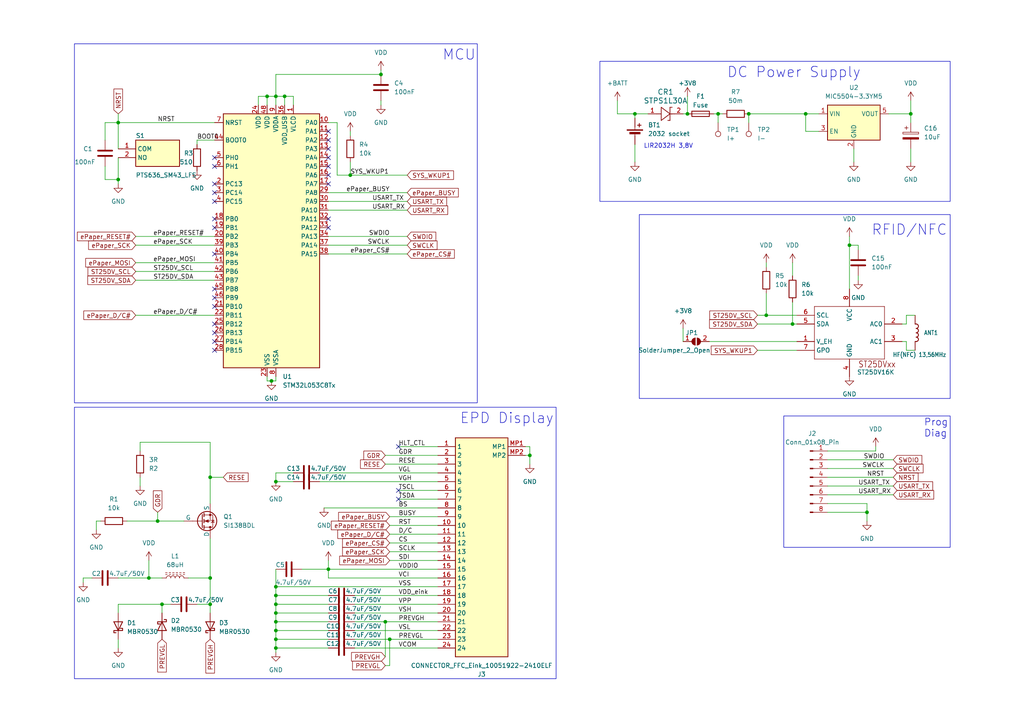
<source format=kicad_sch>
(kicad_sch (version 20230121) (generator eeschema)
  (paper "A4")
  (lib_symbols
    (symbol "CONN_FFC_0051922-2410ELF:10051922-2410ELF"
      (property "Reference" "J" (at 21.59 7.62 0))
      (property "Value" "10051922-2410ELF" (at 21.59 5.08 0))
      (symbol "10051922-2410ELF_1_1"
        (pin passive line (at 25.4 0 180) (length 5.08) (name "1") (number "1"))
        (pin passive line (at 25.4 -22.86 180) (length 5.08) (name "10") (number "10"))
        (pin passive line (at 25.4 -25.4 180) (length 5.08) (name "11") (number "11"))
        (pin passive line (at 25.4 -27.94 180) (length 5.08) (name "12") (number "12"))
        (pin passive line (at 25.4 -30.48 180) (length 5.08) (name "13") (number "13"))
        (pin passive line (at 25.4 -33.02 180) (length 5.08) (name "14") (number "14"))
        (pin passive line (at 25.4 -35.56 180) (length 5.08) (name "15") (number "15"))
        (pin passive line (at 25.4 -38.1 180) (length 5.08) (name "16") (number "16"))
        (pin passive line (at 25.4 -40.64 180) (length 5.08) (name "17") (number "17"))
        (pin passive line (at 25.4 -43.18 180) (length 5.08) (name "18") (number "18"))
        (pin passive line (at 25.4 -45.72 180) (length 5.08) (name "19") (number "19"))
        (pin passive line (at 25.4 -2.54 180) (length 5.08) (name "2") (number "2"))
        (pin passive line (at 25.4 -48.26 180) (length 5.08) (name "20") (number "20"))
        (pin passive line (at 25.4 -50.8 180) (length 5.08) (name "21") (number "21"))
        (pin passive line (at 25.4 -53.34 180) (length 5.08) (name "22") (number "22"))
        (pin passive line (at 25.4 -55.88 180) (length 5.08) (name "23") (number "23"))
        (pin passive line (at 25.4 -58.42 180) (length 5.08) (name "24") (number "24"))
        (pin passive line (at 25.4 -5.08 180) (length 5.08) (name "3") (number "3"))
        (pin passive line (at 25.4 -7.62 180) (length 5.08) (name "4") (number "4"))
        (pin passive line (at 25.4 -10.16 180) (length 5.08) (name "5") (number "5"))
        (pin passive line (at 25.4 -12.7 180) (length 5.08) (name "6") (number "6"))
        (pin passive line (at 25.4 -15.24 180) (length 5.08) (name "7") (number "7"))
        (pin passive line (at 25.4 -17.78 180) (length 5.08) (name "8") (number "8"))
        (pin passive line (at 25.4 -20.32 180) (length 5.08) (name "9") (number "9"))
        (pin passive line (at 0 0 0) (length 5.08) (name "MP1") (number "MP1"))
        (pin passive line (at 0 -2.54 0) (length 5.08) (name "MP2") (number "MP2"))
      )
    )
    (symbol "Connector:Conn_01x08_Pin" (pin_names (offset 1.016) hide)
      (property "Reference" "J" (at 0 10.16 0))
      (property "Value" "Conn_01x08_Pin" (at 0 -12.7 0))
      (symbol "Conn_01x08_Pin_1_1"
        (pin passive line (at 5.08 7.62 180) (length 3.81) (name "Pin_1") (number "1"))
        (pin passive line (at 5.08 5.08 180) (length 3.81) (name "Pin_2") (number "2"))
        (pin passive line (at 5.08 2.54 180) (length 3.81) (name "Pin_3") (number "3"))
        (pin passive line (at 5.08 0 180) (length 3.81) (name "Pin_4") (number "4"))
        (pin passive line (at 5.08 -2.54 180) (length 3.81) (name "Pin_5") (number "5"))
        (pin passive line (at 5.08 -5.08 180) (length 3.81) (name "Pin_6") (number "6"))
        (pin passive line (at 5.08 -7.62 180) (length 3.81) (name "Pin_7") (number "7"))
        (pin passive line (at 5.08 -10.16 180) (length 3.81) (name "Pin_8") (number "8"))
      )
    )
    (symbol "Connector:TestPoint" (pin_numbers hide) (pin_names (offset 0.762) hide)
      (property "Reference" "TP" (at 0 6.858 0))
      (property "Value" "TestPoint" (at 0 5.08 0))
      (symbol "TestPoint_1_1"
        (pin passive line (at 0 0 90) (length 2.54) (name "1") (number "1"))
      )
    )
    (symbol "Device:Battery_Cell" (pin_numbers hide) (pin_names (offset 0) hide)
      (property "Reference" "BT" (at 2.54 2.54 0))
      (property "Value" "Battery_Cell" (at 2.54 0 0))
      (symbol "Battery_Cell_1_1"
        (pin passive line (at 0 5.08 270) (length 2.54) (name "+") (number "1"))
        (pin passive line (at 0 -2.54 90) (length 2.54) (name "-") (number "2"))
      )
    )
    (symbol "Device:C" (pin_numbers hide) (pin_names (offset 0.254))
      (property "Reference" "C" (at 0.635 2.54 0))
      (property "Value" "C" (at 0.635 -2.54 0))
      (symbol "C_1_1"
        (pin passive line (at 0 3.81 270) (length 2.794) (name "~") (number "1"))
        (pin passive line (at 0 -3.81 90) (length 2.794) (name "~") (number "2"))
      )
    )
    (symbol "Device:C_Polarized" (pin_numbers hide) (pin_names (offset 0.254))
      (property "Reference" "C" (at 0.635 2.54 0))
      (property "Value" "C_Polarized" (at 0.635 -2.54 0))
      (symbol "C_Polarized_1_1"
        (pin passive line (at 0 3.81 270) (length 2.794) (name "~") (number "1"))
        (pin passive line (at 0 -3.81 90) (length 2.794) (name "~") (number "2"))
      )
    )
    (symbol "Device:Fuse" (pin_numbers hide) (pin_names (offset 0))
      (property "Reference" "F" (at 2.032 0 90))
      (property "Value" "Fuse" (at -1.905 0 90))
      (symbol "Fuse_1_1"
        (pin passive line (at 0 3.81 270) (length 1.27) (name "~") (number "1"))
        (pin passive line (at 0 -3.81 90) (length 1.27) (name "~") (number "2"))
      )
    )
    (symbol "Device:L_Ferrite" (pin_numbers hide) (pin_names (offset 1.016) hide)
      (property "Reference" "L" (at -1.27 0 90))
      (property "Value" "L_Ferrite" (at 2.794 0 90))
      (symbol "L_Ferrite_1_1"
        (pin passive line (at 0 3.81 270) (length 1.27) (name "1") (number "1"))
        (pin passive line (at 0 -3.81 90) (length 1.27) (name "2") (number "2"))
      )
    )
    (symbol "Device:R" (pin_numbers hide) (pin_names (offset 0))
      (property "Reference" "R" (at 2.032 0 90))
      (property "Value" "R" (at 0 0 90))
      (symbol "R_1_1"
        (pin passive line (at 0 3.81 270) (length 1.27) (name "~") (number "1"))
        (pin passive line (at 0 -3.81 90) (length 1.27) (name "~") (number "2"))
      )
    )
    (symbol "Diode:MBR0530" (pin_numbers hide) (pin_names (offset 1.016) hide)
      (property "Reference" "D" (at 0 2.54 0))
      (property "Value" "MBR0530" (at 0 -2.54 0))
      (symbol "MBR0530_1_1"
        (pin passive line (at -3.81 0 0) (length 2.54) (name "K") (number "1"))
        (pin passive line (at 3.81 0 180) (length 2.54) (name "A") (number "2"))
      )
    )
    (symbol "Jumper:SolderJumper_2_Open" (pin_names (offset 0) hide)
      (property "Reference" "JP" (at 0 2.032 0))
      (property "Value" "SolderJumper_2_Open" (at 0 -2.54 0))
      (symbol "SolderJumper_2_Open_1_1"
        (pin passive line (at -3.81 0 0) (length 2.54) (name "A") (number "1"))
        (pin passive line (at 3.81 0 180) (length 2.54) (name "B") (number "2"))
      )
    )
    (symbol "MCU_ST_STM32L0:STM32L053C8Tx"
      (property "Reference" "U" (at -12.7 39.37 0))
      (property "Value" "STM32L053C8Tx" (at 10.16 39.37 0))
      (symbol "STM32L053C8Tx_1_1"
        (pin power_in line (at 7.62 40.64 270) (length 2.54) (name "VLCD") (number "1"))
        (pin bidirectional line (at 17.78 35.56 180) (length 2.54) (name "PA0") (number "10"))
        (pin bidirectional line (at 17.78 33.02 180) (length 2.54) (name "PA1") (number "11"))
        (pin bidirectional line (at 17.78 30.48 180) (length 2.54) (name "PA2") (number "12"))
        (pin bidirectional line (at 17.78 27.94 180) (length 2.54) (name "PA3") (number "13"))
        (pin bidirectional line (at 17.78 25.4 180) (length 2.54) (name "PA4") (number "14"))
        (pin bidirectional line (at 17.78 22.86 180) (length 2.54) (name "PA5") (number "15"))
        (pin bidirectional line (at 17.78 20.32 180) (length 2.54) (name "PA6") (number "16"))
        (pin bidirectional line (at 17.78 17.78 180) (length 2.54) (name "PA7") (number "17"))
        (pin bidirectional line (at -15.24 7.62 0) (length 2.54) (name "PB0") (number "18"))
        (pin bidirectional line (at -15.24 5.08 0) (length 2.54) (name "PB1") (number "19"))
        (pin bidirectional line (at -15.24 17.78 0) (length 2.54) (name "PC13") (number "2"))
        (pin bidirectional line (at -15.24 2.54 0) (length 2.54) (name "PB2") (number "20"))
        (pin bidirectional line (at -15.24 -17.78 0) (length 2.54) (name "PB10") (number "21"))
        (pin bidirectional line (at -15.24 -20.32 0) (length 2.54) (name "PB11") (number "22"))
        (pin power_in line (at 0 -38.1 90) (length 2.54) (name "VSS") (number "23"))
        (pin power_in line (at -2.54 40.64 270) (length 2.54) (name "VDD") (number "24"))
        (pin bidirectional line (at -15.24 -22.86 0) (length 2.54) (name "PB12") (number "25"))
        (pin bidirectional line (at -15.24 -25.4 0) (length 2.54) (name "PB13") (number "26"))
        (pin bidirectional line (at -15.24 -27.94 0) (length 2.54) (name "PB14") (number "27"))
        (pin bidirectional line (at -15.24 -30.48 0) (length 2.54) (name "PB15") (number "28"))
        (pin bidirectional line (at 17.78 15.24 180) (length 2.54) (name "PA8") (number "29"))
        (pin bidirectional line (at -15.24 15.24 0) (length 2.54) (name "PC14") (number "3"))
        (pin bidirectional line (at 17.78 12.7 180) (length 2.54) (name "PA9") (number "30"))
        (pin bidirectional line (at 17.78 10.16 180) (length 2.54) (name "PA10") (number "31"))
        (pin bidirectional line (at 17.78 7.62 180) (length 2.54) (name "PA11") (number "32"))
        (pin bidirectional line (at 17.78 5.08 180) (length 2.54) (name "PA12") (number "33"))
        (pin bidirectional line (at 17.78 2.54 180) (length 2.54) (name "PA13") (number "34"))
        (pin passive line (at 0 -38.1 90) (length 2.54) hide (name "VSS") (number "35"))
        (pin power_in line (at 5.08 40.64 270) (length 2.54) (name "VDD_USB") (number "36"))
        (pin bidirectional line (at 17.78 0 180) (length 2.54) (name "PA14") (number "37"))
        (pin bidirectional line (at 17.78 -2.54 180) (length 2.54) (name "PA15") (number "38"))
        (pin bidirectional line (at -15.24 0 0) (length 2.54) (name "PB3") (number "39"))
        (pin bidirectional line (at -15.24 12.7 0) (length 2.54) (name "PC15") (number "4"))
        (pin bidirectional line (at -15.24 -2.54 0) (length 2.54) (name "PB4") (number "40"))
        (pin bidirectional line (at -15.24 -5.08 0) (length 2.54) (name "PB5") (number "41"))
        (pin bidirectional line (at -15.24 -7.62 0) (length 2.54) (name "PB6") (number "42"))
        (pin bidirectional line (at -15.24 -10.16 0) (length 2.54) (name "PB7") (number "43"))
        (pin input line (at -15.24 30.48 0) (length 2.54) (name "BOOT0") (number "44"))
        (pin bidirectional line (at -15.24 -12.7 0) (length 2.54) (name "PB8") (number "45"))
        (pin bidirectional line (at -15.24 -15.24 0) (length 2.54) (name "PB9") (number "46"))
        (pin passive line (at 0 -38.1 90) (length 2.54) hide (name "VSS") (number "47"))
        (pin power_in line (at 0 40.64 270) (length 2.54) (name "VDD") (number "48"))
        (pin bidirectional line (at -15.24 25.4 0) (length 2.54) (name "PH0") (number "5"))
        (pin bidirectional line (at -15.24 22.86 0) (length 2.54) (name "PH1") (number "6"))
        (pin input line (at -15.24 35.56 0) (length 2.54) (name "NRST") (number "7"))
        (pin power_in line (at 2.54 -38.1 90) (length 2.54) (name "VSSA") (number "8"))
        (pin power_in line (at 2.54 40.64 270) (length 2.54) (name "VDDA") (number "9"))
      )
    )
    (symbol "PTS636_SM43_LFS:PTS636_SM43_LFS"
      (property "Reference" "S" (at 19.05 7.62 0))
      (property "Value" "PTS636_SM43_LFS" (at 19.05 5.08 0))
      (symbol "PTS636_SM43_LFS_1_1"
        (pin passive line (at 0 0 0) (length 5.08) (name "COM") (number "1"))
        (pin passive line (at 0 -2.54 0) (length 5.08) (name "NO") (number "2"))
      )
    )
    (symbol "Regulator_Linear:MIC5504-3.3YM5"
      (property "Reference" "U" (at -7.62 8.89 0))
      (property "Value" "MIC5504-3.3YM5" (at -7.62 6.35 0))
      (symbol "MIC5504-3.3YM5_1_1"
        (pin power_in line (at -10.16 2.54 0) (length 2.54) (name "VIN") (number "1"))
        (pin power_in line (at 0 -7.62 90) (length 2.54) (name "GND") (number "2"))
        (pin input line (at -10.16 -2.54 0) (length 2.54) (name "EN") (number "3"))
        (pin no_connect line (at 7.62 -2.54 180) (length 2.54) hide (name "NC") (number "4"))
        (pin power_out line (at 10.16 2.54 180) (length 2.54) (name "VOUT") (number "5"))
      )
    )
    (symbol "ST25DV lib:NFC_ANTENNA_25X15"
      (property "Reference" "ANT" (at 0 2.54 0))
      (symbol "NFC_ANTENNA_25X15_1_0"
        (pin passive line (at -5.08 0 0) (length 2.54) (name "1") (number "P$1"))
        (pin passive line (at 5.08 0 180) (length 2.54) (name "2") (number "P$2"))
      )
    )
    (symbol "ST25DV lib:ST25DVXX_TSSOP"
      (property "Reference" "RF" (at -10.16 -10.16 0))
      (symbol "ST25DVXX_TSSOP_1_0"
        (text "ST25DVxx" (at 2.54 -10.16 0) (effects (font (size 1.778 1.5113)) (justify left bottom)))
        (pin output line (at -15.24 -2.54 0) (length 5.08) (name "V_EH") (number "1"))
        (pin passive line (at 15.24 2.54 180) (length 5.08) (name "AC0") (number "2"))
        (pin passive line (at 15.24 -2.54 180) (length 5.08) (name "AC1") (number "3"))
        (pin power_in line (at 0 -12.7 90) (length 5.08) (name "GND") (number "4"))
        (pin bidirectional line (at -15.24 2.54 0) (length 5.08) (name "SDA") (number "5"))
        (pin bidirectional line (at -15.24 5.08 0) (length 5.08) (name "SCL") (number "6"))
        (pin output line (at -15.24 -5.08 0) (length 5.08) (name "GPO") (number "7"))
        (pin power_in line (at 0 12.7 270) (length 5.08) (name "VCC") (number "8"))
      )
    )
    (symbol "Simulation_SPICE:NMOS" (pin_numbers hide) (pin_names (offset 0))
      (property "Reference" "Q1" (at 6.35 -1.27 0))
      (property "Value" "SI138BDL" (at 6.35 1.27 0))
      (symbol "NMOS_1_1"
        (pin input line (at -5.08 0 0) (length 2.54) (name "G") (number "1"))
        (pin passive line (at 2.54 -5.08 90) (length 2.54) (name "S") (number "2"))
        (pin passive line (at 2.54 5.08 270) (length 2.54) (name "D") (number "3"))
      )
    )
    (symbol "power:+3V8" (power) (pin_names (offset 0))
      (property "Value" "+3V8" (at 0 3.556 0))
      (symbol "+3V8_1_1"
        (pin power_in line (at 0 0 90) (length 0) hide (name "+3V8") (number "1"))
      )
    )
    (symbol "power:+BATT" (power) (pin_names (offset 0))
      (property "Value" "+BATT" (at 0 3.556 0))
      (symbol "+BATT_1_1"
        (pin power_in line (at 0 0 90) (length 0) hide (name "+BATT") (number "1"))
      )
    )
    (symbol "power:GND" (power) (pin_names (offset 0))
      (property "Value" "GND" (at 0 -3.81 0))
      (symbol "GND_1_1"
        (pin power_in line (at 0 0 270) (length 0) hide (name "GND") (number "1"))
      )
    )
    (symbol "power:VDD" (power) (pin_names (offset 0))
      (property "Value" "VDD" (at 0 3.81 0))
      (symbol "VDD_1_1"
        (pin power_in line (at 0 0 90) (length 0) hide (name "VDD") (number "1"))
      )
    )
    (symbol "ul_STPS1L30A:STPS1L30A" (pin_names (offset 0.254))
      (property "Reference" "CR" (at 5.08 4.445 0))
      (property "Value" "STPS1L30A" (at 5.08 -3.81 0))
      (symbol "STPS1L30A_0_1"
        (pin unspecified line (at 10.16 0 180) (length 2.54) (name "") (number "1"))
        (pin unspecified line (at 0 0 0) (length 2.54) (name "") (number "2"))
      )
    )
  )
  (junction (at 251.46 148.59))
  (junction (at 45.72 151.13))
  (junction (at 184.15 33.02))
  (junction (at 153.67 132.08))
  (junction (at 246.38 71.12))
  (junction (at 80.01 180.34))
  (junction (at 80.01 172.72))
  (junction (at 95.25 165.1))
  (junction (at 77.47 27.94))
  (junction (at 80.01 177.8))
  (junction (at 34.29 35.56))
  (junction (at 60.96 138.43))
  (junction (at 78.74 110.49))
  (junction (at 80.01 175.26))
  (junction (at 113.03 185.42))
  (junction (at 80.01 182.88))
  (junction (at 233.68 33.02))
  (junction (at 229.87 93.98))
  (junction (at 101.6 50.8))
  (junction (at 46.99 175.26))
  (junction (at 80.01 139.7))
  (junction (at 80.01 187.96))
  (junction (at 264.16 33.02))
  (junction (at 80.01 170.18))
  (junction (at 60.96 167.64))
  (junction (at 111.76 180.34))
  (junction (at 43.18 167.64))
  (junction (at 60.96 175.26))
  (junction (at 208.28 33.02))
  (junction (at 80.01 185.42))
  (junction (at 80.01 27.94))
  (junction (at 110.49 21.59))
  (junction (at 199.39 33.02))
  (junction (at 217.17 33.02))
  (junction (at 34.29 52.07))
  (junction (at 222.25 91.44))
  (junction (at 82.55 27.94))
  (no_connect (at 115.57 129.54))
  (no_connect (at 115.57 144.78))
  (no_connect (at 62.23 96.52))
  (no_connect (at 95.25 48.26))
  (no_connect (at 62.23 93.98))
  (no_connect (at 115.57 142.24))
  (no_connect (at 62.23 66.04))
  (no_connect (at 95.25 45.72))
  (no_connect (at 62.23 83.82))
  (no_connect (at 62.23 88.9))
  (no_connect (at 62.23 58.42))
  (no_connect (at 95.25 53.34))
  (no_connect (at 62.23 63.5))
  (no_connect (at 62.23 73.66))
  (no_connect (at 95.25 63.5))
  (no_connect (at 62.23 86.36))
  (no_connect (at 62.23 48.26))
  (no_connect (at 95.25 38.1))
  (no_connect (at 62.23 45.72))
  (no_connect (at 95.25 40.64))
  (no_connect (at 95.25 66.04))
  (no_connect (at 62.23 101.6))
  (no_connect (at 62.23 53.34))
  (no_connect (at 62.23 55.88))
  (no_connect (at 95.25 50.8))
  (no_connect (at 95.25 43.18))
  (no_connect (at 62.23 99.06))
  (wire (pts (xy 264.16 29.21) (xy 264.16 33.02)))
  (wire (pts (xy 264.16 43.18) (xy 264.16 46.99)))
  (wire (pts (xy 40.64 138.43) (xy 40.64 140.97)))
  (wire (pts (xy 111.76 193.04) (xy 113.03 193.04)))
  (wire (pts (xy 80.01 182.88) (xy 95.25 182.88)))
  (wire (pts (xy 102.87 185.42) (xy 113.03 185.42)))
  (wire (pts (xy 95.25 60.96) (xy 118.11 60.96)))
  (wire (pts (xy 46.99 175.26) (xy 46.99 177.8)))
  (wire (pts (xy 111.76 134.62) (xy 127 134.62)))
  (wire (pts (xy 57.15 175.26) (xy 60.96 175.26)))
  (wire (pts (xy 111.76 180.34) (xy 127 180.34)))
  (wire (pts (xy 199.39 27.94) (xy 199.39 33.02)))
  (wire (pts (xy 118.11 71.12) (xy 95.25 71.12)))
  (wire (pts (xy 77.47 30.48) (xy 77.47 27.94)))
  (wire (pts (xy 95.25 167.64) (xy 95.25 165.1)))
  (wire (pts (xy 264.16 35.56) (xy 264.16 33.02)))
  (wire (pts (xy 80.01 177.8) (xy 95.25 177.8)))
  (wire (pts (xy 111.76 132.08) (xy 127 132.08)))
  (wire (pts (xy 77.47 109.22) (xy 77.47 110.49)))
  (wire (pts (xy 229.87 93.98) (xy 231.14 93.98)))
  (wire (pts (xy 39.37 71.12) (xy 62.23 71.12)))
  (wire (pts (xy 231.14 101.6) (xy 219.71 101.6)))
  (wire (pts (xy 34.29 53.34) (xy 34.29 52.07)))
  (wire (pts (xy 240.03 130.81) (xy 254 130.81)))
  (wire (pts (xy 87.63 165.1) (xy 95.25 165.1)))
  (wire (pts (xy 34.29 45.72) (xy 34.29 52.07)))
  (wire (pts (xy 219.71 91.44) (xy 222.25 91.44)))
  (wire (pts (xy 95.25 35.56) (xy 97.79 35.56)))
  (wire (pts (xy 118.11 68.58) (xy 95.25 68.58)))
  (wire (pts (xy 247.65 46.99) (xy 247.65 43.18)))
  (wire (pts (xy 118.11 55.88) (xy 95.25 55.88)))
  (wire (pts (xy 39.37 68.58) (xy 62.23 68.58)))
  (wire (pts (xy 251.46 148.59) (xy 251.46 151.13)))
  (wire (pts (xy 40.64 130.81) (xy 40.64 128.27)))
  (wire (pts (xy 77.47 27.94) (xy 80.01 27.94)))
  (wire (pts (xy 30.48 35.56) (xy 30.48 40.64)))
  (wire (pts (xy 262.89 99.06) (xy 262.89 101.6)))
  (wire (pts (xy 80.01 109.22) (xy 80.01 110.49)))
  (wire (pts (xy 80.01 185.42) (xy 95.25 185.42)))
  (wire (pts (xy 153.67 134.62) (xy 153.67 132.08)))
  (wire (pts (xy 27.94 151.13) (xy 29.21 151.13)))
  (wire (pts (xy 102.87 180.34) (xy 111.76 180.34)))
  (wire (pts (xy 261.62 93.98) (xy 262.89 93.98)))
  (wire (pts (xy 110.49 29.21) (xy 110.49 30.48)))
  (wire (pts (xy 111.76 180.34) (xy 111.76 190.5)))
  (wire (pts (xy 34.29 35.56) (xy 62.23 35.56)))
  (wire (pts (xy 207.01 33.02) (xy 208.28 33.02)))
  (wire (pts (xy 229.87 87.63) (xy 229.87 93.98)))
  (wire (pts (xy 240.03 148.59) (xy 251.46 148.59)))
  (wire (pts (xy 80.01 172.72) (xy 80.01 175.26)))
  (wire (pts (xy 80.01 139.7) (xy 85.09 139.7)))
  (wire (pts (xy 78.74 110.49) (xy 80.01 110.49)))
  (wire (pts (xy 80.01 189.23) (xy 80.01 187.96)))
  (wire (pts (xy 262.89 101.6) (xy 265.43 101.6)))
  (wire (pts (xy 118.11 73.66) (xy 95.25 73.66)))
  (wire (pts (xy 60.96 177.8) (xy 60.96 175.26)))
  (wire (pts (xy 80.01 187.96) (xy 95.25 187.96)))
  (wire (pts (xy 27.94 153.67) (xy 27.94 151.13)))
  (wire (pts (xy 153.67 129.54) (xy 153.67 132.08)))
  (wire (pts (xy 82.55 30.48) (xy 82.55 27.94)))
  (wire (pts (xy 101.6 38.1) (xy 101.6 39.37)))
  (wire (pts (xy 262.89 91.44) (xy 262.89 93.98)))
  (wire (pts (xy 222.25 91.44) (xy 231.14 91.44)))
  (wire (pts (xy 85.09 137.16) (xy 80.01 137.16)))
  (wire (pts (xy 82.55 27.94) (xy 80.01 27.94)))
  (wire (pts (xy 60.96 167.64) (xy 60.96 175.26)))
  (wire (pts (xy 95.25 165.1) (xy 127 165.1)))
  (wire (pts (xy 208.28 33.02) (xy 209.55 33.02)))
  (wire (pts (xy 40.64 128.27) (xy 60.96 128.27)))
  (wire (pts (xy 93.98 147.32) (xy 127 147.32)))
  (wire (pts (xy 80.01 175.26) (xy 95.25 175.26)))
  (wire (pts (xy 254 129.54) (xy 254 130.81)))
  (wire (pts (xy 45.72 151.13) (xy 53.34 151.13)))
  (wire (pts (xy 85.09 27.94) (xy 82.55 27.94)))
  (wire (pts (xy 237.49 38.1) (xy 233.68 38.1)))
  (wire (pts (xy 80.01 177.8) (xy 80.01 180.34)))
  (wire (pts (xy 80.01 175.26) (xy 80.01 177.8)))
  (wire (pts (xy 34.29 35.56) (xy 34.29 43.18)))
  (wire (pts (xy 24.13 167.64) (xy 26.67 167.64)))
  (wire (pts (xy 205.74 99.06) (xy 231.14 99.06)))
  (wire (pts (xy 101.6 50.8) (xy 118.11 50.8)))
  (wire (pts (xy 102.87 187.96) (xy 127 187.96)))
  (wire (pts (xy 246.38 68.58) (xy 246.38 71.12)))
  (wire (pts (xy 240.03 143.51) (xy 259.08 143.51)))
  (wire (pts (xy 264.16 33.02) (xy 257.81 33.02)))
  (wire (pts (xy 80.01 172.72) (xy 95.25 172.72)))
  (wire (pts (xy 80.01 185.42) (xy 80.01 187.96)))
  (wire (pts (xy 248.92 71.12) (xy 248.92 72.39)))
  (wire (pts (xy 113.03 185.42) (xy 113.03 193.04)))
  (wire (pts (xy 198.12 33.02) (xy 199.39 33.02)))
  (wire (pts (xy 34.29 52.07) (xy 30.48 52.07)))
  (wire (pts (xy 217.17 33.02) (xy 217.17 35.56)))
  (wire (pts (xy 113.03 154.94) (xy 127 154.94)))
  (wire (pts (xy 97.79 50.8) (xy 97.79 35.56)))
  (wire (pts (xy 80.01 180.34) (xy 80.01 182.88)))
  (wire (pts (xy 80.01 30.48) (xy 80.01 27.94)))
  (wire (pts (xy 237.49 33.02) (xy 233.68 33.02)))
  (wire (pts (xy 240.03 138.43) (xy 259.08 138.43)))
  (wire (pts (xy 80.01 182.88) (xy 80.01 185.42)))
  (wire (pts (xy 240.03 135.89) (xy 259.08 135.89)))
  (wire (pts (xy 217.17 33.02) (xy 233.68 33.02)))
  (wire (pts (xy 251.46 146.05) (xy 251.46 148.59)))
  (wire (pts (xy 113.03 152.4) (xy 127 152.4)))
  (wire (pts (xy 57.15 40.64) (xy 57.15 41.91)))
  (wire (pts (xy 39.37 78.74) (xy 62.23 78.74)))
  (wire (pts (xy 30.48 48.26) (xy 30.48 52.07)))
  (wire (pts (xy 102.87 172.72) (xy 127 172.72)))
  (wire (pts (xy 60.96 156.21) (xy 60.96 167.64)))
  (wire (pts (xy 102.87 182.88) (xy 127 182.88)))
  (wire (pts (xy 208.28 33.02) (xy 208.28 35.56)))
  (wire (pts (xy 246.38 83.82) (xy 246.38 71.12)))
  (wire (pts (xy 95.25 58.42) (xy 118.11 58.42)))
  (wire (pts (xy 102.87 175.26) (xy 127 175.26)))
  (wire (pts (xy 95.25 165.1) (xy 95.25 162.56)))
  (wire (pts (xy 78.74 110.49) (xy 77.47 110.49)))
  (wire (pts (xy 80.01 180.34) (xy 95.25 180.34)))
  (wire (pts (xy 113.03 185.42) (xy 127 185.42)))
  (wire (pts (xy 34.29 175.26) (xy 34.29 177.8)))
  (wire (pts (xy 113.03 149.86) (xy 127 149.86)))
  (wire (pts (xy 92.71 139.7) (xy 127 139.7)))
  (wire (pts (xy 153.67 129.54) (xy 152.4 129.54)))
  (wire (pts (xy 113.03 160.02) (xy 127 160.02)))
  (wire (pts (xy 102.87 177.8) (xy 127 177.8)))
  (wire (pts (xy 85.09 30.48) (xy 85.09 27.94)))
  (wire (pts (xy 265.43 91.44) (xy 262.89 91.44)))
  (wire (pts (xy 95.25 167.64) (xy 127 167.64)))
  (wire (pts (xy 36.83 151.13) (xy 45.72 151.13)))
  (wire (pts (xy 240.03 146.05) (xy 251.46 146.05)))
  (wire (pts (xy 80.01 165.1) (xy 80.01 170.18)))
  (wire (pts (xy 113.03 157.48) (xy 127 157.48)))
  (wire (pts (xy 46.99 175.26) (xy 34.29 175.26)))
  (wire (pts (xy 179.07 33.02) (xy 179.07 29.21)))
  (wire (pts (xy 43.18 167.64) (xy 46.99 167.64)))
  (wire (pts (xy 43.18 162.56) (xy 43.18 167.64)))
  (wire (pts (xy 240.03 133.35) (xy 259.08 133.35)))
  (wire (pts (xy 110.49 20.32) (xy 110.49 21.59)))
  (wire (pts (xy 24.13 167.64) (xy 24.13 168.91)))
  (wire (pts (xy 198.12 99.06) (xy 198.12 95.25)))
  (wire (pts (xy 39.37 81.28) (xy 62.23 81.28)))
  (wire (pts (xy 97.79 50.8) (xy 101.6 50.8)))
  (wire (pts (xy 34.29 187.96) (xy 34.29 185.42)))
  (wire (pts (xy 115.57 129.54) (xy 127 129.54)))
  (wire (pts (xy 101.6 46.99) (xy 101.6 50.8)))
  (wire (pts (xy 74.93 27.94) (xy 74.93 30.48)))
  (wire (pts (xy 60.96 128.27) (xy 60.96 138.43)))
  (wire (pts (xy 80.01 170.18) (xy 127 170.18)))
  (wire (pts (xy 248.92 81.28) (xy 248.92 80.01)))
  (wire (pts (xy 57.15 40.64) (xy 62.23 40.64)))
  (wire (pts (xy 233.68 33.02) (xy 233.68 38.1)))
  (wire (pts (xy 184.15 41.91) (xy 184.15 46.99)))
  (wire (pts (xy 92.71 137.16) (xy 127 137.16)))
  (wire (pts (xy 39.37 91.44) (xy 62.23 91.44)))
  (wire (pts (xy 34.29 33.02) (xy 34.29 35.56)))
  (wire (pts (xy 80.01 21.59) (xy 80.01 27.94)))
  (wire (pts (xy 113.03 162.56) (xy 127 162.56)))
  (wire (pts (xy 219.71 93.98) (xy 229.87 93.98)))
  (wire (pts (xy 39.37 76.2) (xy 62.23 76.2)))
  (wire (pts (xy 34.29 167.64) (xy 43.18 167.64)))
  (wire (pts (xy 30.48 35.56) (xy 34.29 35.56)))
  (wire (pts (xy 80.01 137.16) (xy 80.01 139.7)))
  (wire (pts (xy 115.57 144.78) (xy 127 144.78)))
  (wire (pts (xy 222.25 85.09) (xy 222.25 91.44)))
  (wire (pts (xy 54.61 167.64) (xy 60.96 167.64)))
  (wire (pts (xy 60.96 138.43) (xy 60.96 146.05)))
  (wire (pts (xy 184.15 33.02) (xy 187.96 33.02)))
  (wire (pts (xy 115.57 142.24) (xy 127 142.24)))
  (wire (pts (xy 261.62 99.06) (xy 262.89 99.06)))
  (wire (pts (xy 240.03 140.97) (xy 259.08 140.97)))
  (wire (pts (xy 49.53 175.26) (xy 46.99 175.26)))
  (wire (pts (xy 229.87 76.2) (xy 229.87 80.01)))
  (wire (pts (xy 45.72 148.59) (xy 45.72 151.13)))
  (wire (pts (xy 184.15 33.02) (xy 184.15 34.29)))
  (wire (pts (xy 179.07 33.02) (xy 184.15 33.02)))
  (wire (pts (xy 222.25 76.2) (xy 222.25 77.47)))
  (wire (pts (xy 77.47 27.94) (xy 74.93 27.94)))
  (wire (pts (xy 248.92 71.12) (xy 246.38 71.12)))
  (wire (pts (xy 153.67 132.08) (xy 152.4 132.08)))
  (wire (pts (xy 80.01 21.59) (xy 110.49 21.59)))
  (wire (pts (xy 60.96 138.43) (xy 64.77 138.43)))
  (wire (pts (xy 80.01 170.18) (xy 80.01 172.72)))
  (rectangle (start 21.59 118.11) (end 161.29 196.85))
  (rectangle (start 185.42 62.23) (end 275.59 115.57))
  (rectangle (start 173.99 17.78) (end 275.59 58.42))
  (rectangle (start 21.59 12.7) (end 138.43 116.84))
  (rectangle (start 227.33 120.65) (end 275.59 158.75))
  (text "MCU" (at 128.27 17.78 0) (effects (font (size 3 3)) (justify left bottom)))
  (text "RFID/NFC" (at 252.73 68.58 0) (effects (font (size 3 3)) (justify left bottom)))
  (text "DC Power Supply" (at 210.82 22.86 0) (effects (font (size 3 3)) (justify left bottom)))
  (text "EPD Display" (at 133.35 123.19 0) (effects (font (size 3 3)) (justify left bottom)))
  (text "LIR2032H 3,8V" (at 186.69 43.18 0) (effects (font (size 1.27 1.27)) (justify left bottom)))
  (text "Prog\nDiag" (at 267.97 127 0) (effects (font (size 2 2)) (justify left bottom)))
  (label "RST" (at 115.57 152.4 0))
  (label "VSH" (at 115.57 177.8 0))
  (label "BUSY" (at 115.57 149.86 0))
  (label "GDR" (at 115.57 132.08 0))
  (label "D{slash}C" (at 115.57 154.94 0))
  (label "BS" (at 115.57 147.32 0))
  (label "VDD_eink" (at 115.57 172.72 0))
  (label "SCLK" (at 115.57 160.02 0))
  (label "USART_TX" (at 248.92 140.97 0))
  (label "ePaper_SCK" (at 44.45 71.12 0))
  (label "VPP" (at 115.57 175.26 0))
  (label "VSL" (at 115.57 182.88 0))
  (label "SWCLK" (at 256.54 135.89 180))
  (label "VSS" (at 115.57 170.18 0))
  (label "VCOM" (at 115.57 187.96 0))
  (label "USART_RX" (at 107.95 60.96 0))
  (label "PREVGH" (at 115.57 180.34 0))
  (label "ePaper_D{slash}C#" (at 44.45 91.44 0))
  (label "ePaper_CS#" (at 113.03 73.66 180))
  (label "ST25DV_SDA" (at 44.45 81.28 0))
  (label "SYS_WKUP1" (at 101.6 50.8 0))
  (label "ST25DV_SCL" (at 44.45 78.74 0))
  (label "NRST" (at 45.72 35.56 0))
  (label "SWDIO" (at 113.03 68.58 180))
  (label "USART_RX" (at 248.92 143.51 0))
  (label "ePaper_RESET#" (at 44.45 68.58 0))
  (label "SWCLK" (at 113.03 71.12 180))
  (label "USART_TX" (at 107.95 58.42 0))
  (label "SWDIO" (at 256.54 133.35 180))
  (label "VGH" (at 115.57 139.7 0))
  (label "VCI" (at 115.57 167.64 0))
  (label "TSDA" (at 115.57 144.78 0))
  (label "TSCL" (at 115.57 142.24 0))
  (label "CS" (at 115.57 157.48 0))
  (label "HLT_CTL" (at 115.57 129.54 0))
  (label "ePaper_MOSI" (at 44.45 76.2 0))
  (label "VDDIO" (at 115.57 165.1 0))
  (label "BOOT0" (at 57.15 40.64 0))
  (label "RESE" (at 115.57 134.62 0))
  (label "VGL" (at 115.57 137.16 0))
  (label "ePaper_BUSY" (at 113.03 55.88 180))
  (label "PREVGL" (at 115.57 185.42 0))
  (label "NRST" (at 251.46 138.43 0))
  (label "SDI" (at 115.57 162.56 0))
  (global_label "ePaper_D{slash}C#" (shape input) (at 39.37 91.44 180) (property "Intersheetrefs" "${INTERSHEET_REFS}" (effects hide)))
  (global_label "USART_RX" (shape input) (at 259.08 143.51 0) (property "Intersheetrefs" "${INTERSHEET_REFS}" (effects hide)))
  (global_label "ST25DV_SCL" (shape input) (at 219.71 91.44 180) (property "Intersheetrefs" "${INTERSHEET_REFS}" (effects hide)))
  (global_label "PREVGL" (shape input) (at 46.99 185.42 270) (property "Intersheetrefs" "${INTERSHEET_REFS}" (effects hide)))
  (global_label "PREVGH" (shape input) (at 60.96 185.42 270) (property "Intersheetrefs" "${INTERSHEET_REFS}" (effects hide)))
  (global_label "ePaper_BUSY" (shape input) (at 113.03 149.86 180) (property "Intersheetrefs" "${INTERSHEET_REFS}" (effects hide)))
  (global_label "ePaper_SCK" (shape input) (at 113.03 160.02 180) (property "Intersheetrefs" "${INTERSHEET_REFS}" (effects hide)))
  (global_label "ePaper_CS#" (shape input) (at 118.11 73.66 0) (property "Intersheetrefs" "${INTERSHEET_REFS}" (effects hide)))
  (global_label "ePaper_MOSI" (shape input) (at 39.37 76.2 180) (property "Intersheetrefs" "${INTERSHEET_REFS}" (effects hide)))
  (global_label "ST25DV_SDA" (shape input) (at 219.71 93.98 180) (property "Intersheetrefs" "${INTERSHEET_REFS}" (effects hide)))
  (global_label "USART_RX" (shape input) (at 118.11 60.96 0) (property "Intersheetrefs" "${INTERSHEET_REFS}" (effects hide)))
  (global_label "NRST" (shape input) (at 34.29 33.02 90) (property "Intersheetrefs" "${INTERSHEET_REFS}" (effects hide)))
  (global_label "ePaper_RESET#" (shape input) (at 113.03 152.4 180) (property "Intersheetrefs" "${INTERSHEET_REFS}" (effects hide)))
  (global_label "NRST" (shape input) (at 259.08 138.43 0) (property "Intersheetrefs" "${INTERSHEET_REFS}" (effects hide)))
  (global_label "ePaper_CS#" (shape input) (at 113.03 157.48 180) (property "Intersheetrefs" "${INTERSHEET_REFS}" (effects hide)))
  (global_label "PREVGH" (shape input) (at 111.76 190.5 180) (property "Intersheetrefs" "${INTERSHEET_REFS}" (effects hide)))
  (global_label "ST25DV_SCL" (shape input) (at 39.37 78.74 180) (property "Intersheetrefs" "${INTERSHEET_REFS}" (effects hide)))
  (global_label "RESE" (shape input) (at 111.76 134.62 180) (property "Intersheetrefs" "${INTERSHEET_REFS}" (effects hide)))
  (global_label "USART_TX" (shape input) (at 259.08 140.97 0) (property "Intersheetrefs" "${INTERSHEET_REFS}" (effects hide)))
  (global_label "GDR" (shape input) (at 111.76 132.08 180) (property "Intersheetrefs" "${INTERSHEET_REFS}" (effects hide)))
  (global_label "SYS_WKUP1" (shape input) (at 219.71 101.6 180) (property "Intersheetrefs" "${INTERSHEET_REFS}" (effects hide)))
  (global_label "ePaper_BUSY" (shape input) (at 118.11 55.88 0) (property "Intersheetrefs" "${INTERSHEET_REFS}" (effects hide)))
  (global_label "ePaper_SCK" (shape input) (at 39.37 71.12 180) (property "Intersheetrefs" "${INTERSHEET_REFS}" (effects hide)))
  (global_label "SYS_WKUP1" (shape input) (at 118.11 50.8 0) (property "Intersheetrefs" "${INTERSHEET_REFS}" (effects hide)))
  (global_label "ePaper_MOSI" (shape input) (at 113.03 162.56 180) (property "Intersheetrefs" "${INTERSHEET_REFS}" (effects hide)))
  (global_label "ST25DV_SDA" (shape input) (at 39.37 81.28 180) (property "Intersheetrefs" "${INTERSHEET_REFS}" (effects hide)))
  (global_label "PREVGL" (shape input) (at 111.76 193.04 180) (property "Intersheetrefs" "${INTERSHEET_REFS}" (effects hide)))
  (global_label "GDR" (shape input) (at 45.72 148.59 90) (property "Intersheetrefs" "${INTERSHEET_REFS}" (effects hide)))
  (global_label "RESE" (shape input) (at 64.77 138.43 0) (property "Intersheetrefs" "${INTERSHEET_REFS}" (effects hide)))
  (global_label "ePaper_RESET#" (shape input) (at 39.37 68.58 180) (property "Intersheetrefs" "${INTERSHEET_REFS}" (effects hide)))
  (global_label "SWCLK" (shape input) (at 118.11 71.12 0) (property "Intersheetrefs" "${INTERSHEET_REFS}" (effects hide)))
  (global_label "USART_TX" (shape input) (at 118.11 58.42 0) (property "Intersheetrefs" "${INTERSHEET_REFS}" (effects hide)))
  (global_label "ePaper_D{slash}C#" (shape input) (at 113.03 154.94 180) (property "Intersheetrefs" "${INTERSHEET_REFS}" (effects hide)))
  (global_label "SWDIO" (shape input) (at 259.08 133.35 0) (property "Intersheetrefs" "${INTERSHEET_REFS}" (effects hide)))
  (global_label "SWCLK" (shape input) (at 259.08 135.89 0) (property "Intersheetrefs" "${INTERSHEET_REFS}" (effects hide)))
  (global_label "SWDIO" (shape input) (at 118.11 68.58 0) (property "Intersheetrefs" "${INTERSHEET_REFS}" (effects hide)))
  (symbol (lib_id "power:VDD") (at 229.87 76.2 0) (unit 1)
    (property "Reference" "#PWR020" (effects hide))
    (property "Value" "VDD" (at 229.87 71.12 0))
  )
  (symbol (lib_id "power:VDD") (at 101.6 38.1 0) (unit 1)
    (property "Reference" "#PWR015" (effects hide))
    (property "Value" "VDD" (at 101.6 33.02 0))
  )
  (symbol (lib_id "power:GND") (at 247.65 46.99 0) (unit 1)
    (property "Reference" "#PWR029" (effects hide))
    (property "Value" "GND" (at 247.65 52.07 0))
  )
  (symbol (lib_id "Device:C") (at 99.06 180.34 90) (unit 1)
    (property "Reference" "C9" (at 96.52 179.07 90))
    (property "Value" "4.7uF/50V" (at 105.41 179.07 90))
    (property "Footprint" "Capacitor_SMD:C_0805_2012Metric_Pad1.18x1.45mm_HandSolder" (effects hide))
  )
  (symbol (lib_id "power:VDD") (at 254 129.54 0) (unit 1)
    (property "Reference" "#PWR022" (effects hide))
    (property "Value" "VDD" (at 254 124.46 0))
  )
  (symbol (lib_id "Diode:MBR0530") (at 46.99 181.61 270) (unit 1)
    (property "Reference" "D2" (at 49.53 180.0225 90) (effects (justify left)))
    (property "Value" "MBR0530" (at 49.53 182.5625 90) (effects (justify left)))
    (property "Footprint" "Diode_SMD:D_SOD-123" (effects hide))
    (property "Datasheet" "http://www.mccsemi.com/up_pdf/MBR0520~MBR0580(SOD123).pdf" (effects hide))
  )
  (symbol (lib_id "Device:C") (at 30.48 167.64 90) (unit 1)
    (property "Reference" "C2" (at 27.94 166.37 90))
    (property "Value" "4.7uF/50V" (at 36.83 166.37 90))
    (property "Footprint" "Capacitor_SMD:C_0805_2012Metric_Pad1.18x1.45mm_HandSolder" (effects hide))
  )
  (symbol (lib_id "power:+3V8") (at 199.39 27.94 0) (unit 1)
    (property "Reference" "#PWR025" (effects hide))
    (property "Value" "+3V8" (at 199.39 24.13 0))
  )
  (symbol (lib_id "Device:C") (at 99.06 175.26 90) (unit 1)
    (property "Reference" "C7" (at 96.52 173.99 90))
    (property "Value" "4.7uF/50V" (at 105.41 173.99 90))
    (property "Footprint" "Capacitor_SMD:C_0805_2012Metric_Pad1.18x1.45mm_HandSolder" (effects hide))
  )
  (symbol (lib_id "Device:R") (at 213.36 33.02 90) (unit 1)
    (property "Reference" "R7" (at 213.36 26.67 90))
    (property "Value" "50m" (at 213.36 29.21 90))
    (property "Footprint" "Resistor_SMD:R_1206_3216Metric_Pad1.30x1.75mm_HandSolder" (effects hide))
  )
  (symbol (lib_id "Regulator_Linear:MIC5504-3.3YM5") (at 247.65 35.56 0) (unit 1)
    (property "Reference" "U2" (at 247.65 25.4 0))
    (property "Value" "MIC5504-3.3YM5" (at 247.65 27.94 0))
    (property "Footprint" "Package_TO_SOT_SMD:SOT-23-5" (effects hide))
    (property "Datasheet" "http://ww1.microchip.com/downloads/en/DeviceDoc/MIC550X.pdf" (effects hide))
  )
  (symbol (lib_id "ul_STPS1L30A:STPS1L30A") (at 198.12 33.02 180) (unit 1)
    (property "Reference" "CR1" (at 193.04 26.67 0) (effects (font (size 1.524 1.524))))
    (property "Value" "STPS1L30A" (at 193.04 29.21 0) (effects (font (size 1.524 1.524))))
    (property "Footprint" "ul_STPS1L30A:SMA_STM" (effects hide))
    (property "Datasheet" "STPS1L30A" (effects hide))
  )
  (symbol (lib_id "Device:R") (at 229.87 83.82 0) (unit 1)
    (property "Reference" "R6" (at 232.41 82.55 0) (effects (justify left)))
    (property "Value" "10k" (at 232.41 85.09 0) (effects (justify left)))
    (property "Footprint" "Resistor_SMD:R_0805_2012Metric_Pad1.20x1.40mm_HandSolder" (effects hide))
  )
  (symbol (lib_id "power:GND") (at 80.01 189.23 0) (unit 1)
    (property "Reference" "#PWR010" (effects hide))
    (property "Value" "GND" (at 80.01 194.31 0))
  )
  (symbol (lib_id "Diode:MBR0530") (at 60.96 181.61 90) (unit 1)
    (property "Reference" "D3" (at 63.5 180.6575 90) (effects (justify right)))
    (property "Value" "MBR0530" (at 63.5 183.1975 90) (effects (justify right)))
    (property "Footprint" "Diode_SMD:D_SOD-123" (effects hide))
    (property "Datasheet" "http://www.mccsemi.com/up_pdf/MBR0520~MBR0580(SOD123).pdf" (effects hide))
  )
  (symbol (lib_id "Device:C_Polarized") (at 264.16 39.37 0) (unit 1)
    (property "Reference" "C16" (at 267.97 37.211 0) (effects (justify left)))
    (property "Value" "10uF" (at 267.97 39.751 0) (effects (justify left)))
    (property "Footprint" "Capacitor_SMD:CP_Elec_4x5.4" (effects hide))
  )
  (symbol (lib_id "Device:C") (at 88.9 137.16 90) (unit 1)
    (property "Reference" "C13" (at 85.09 135.89 90))
    (property "Value" "4.7uF/50V" (at 95.25 135.89 90))
    (property "Footprint" "Capacitor_SMD:C_0805_2012Metric_Pad1.18x1.45mm_HandSolder" (effects hide))
  )
  (symbol (lib_id "Connector:TestPoint") (at 208.28 35.56 180) (unit 1)
    (property "Reference" "TP1" (at 210.82 37.592 0) (effects (justify right)))
    (property "Value" "I+" (at 210.82 40.132 0) (effects (justify right)))
    (property "Footprint" "TestPoint:TestPoint_Pad_D3.0mm" (effects hide))
  )
  (symbol (lib_id "power:GND") (at 248.92 81.28 0) (unit 1)
    (property "Reference" "#PWR021" (effects hide))
    (property "Value" "GND" (at 248.92 86.36 0))
  )
  (symbol (lib_id "Device:C") (at 110.49 25.4 0) (unit 1)
    (property "Reference" "C4" (at 114.3 24.13 0) (effects (justify left)))
    (property "Value" "100nF" (at 114.3 26.67 0) (effects (justify left)))
    (property "Footprint" "Capacitor_SMD:C_0805_2012Metric_Pad1.18x1.45mm_HandSolder" (effects hide))
  )
  (symbol (lib_id "Device:R") (at 40.64 134.62 0) (mirror x) (unit 1)
    (property "Reference" "R2" (at 43.18 135.89 0) (effects (justify left)))
    (property "Value" "3R" (at 43.18 133.35 0) (effects (justify left)))
    (property "Footprint" "Resistor_SMD:R_0805_2012Metric_Pad1.20x1.40mm_HandSolder" (effects hide))
  )
  (symbol (lib_id "power:VDD") (at 264.16 29.21 0) (unit 1)
    (property "Reference" "#PWR030" (effects hide))
    (property "Value" "VDD" (at 264.16 24.13 0))
  )
  (symbol (lib_id "power:GND") (at 246.38 109.22 0) (unit 1)
    (property "Reference" "#PWR023" (effects hide))
    (property "Value" "GND" (at 246.38 114.3 0))
  )
  (symbol (lib_id "power:VDD") (at 222.25 76.2 0) (unit 1)
    (property "Reference" "#PWR016" (effects hide))
    (property "Value" "VDD" (at 222.25 71.12 0))
  )
  (symbol (lib_id "power:GND") (at 251.46 151.13 0) (unit 1)
    (property "Reference" "#PWR024" (effects hide))
    (property "Value" "GND" (at 251.46 156.21 0))
  )
  (symbol (lib_id "power:VDD") (at 246.38 68.58 0) (unit 1)
    (property "Reference" "#PWR031" (effects hide))
    (property "Value" "VDD" (at 246.38 63.5 0))
  )
  (symbol (lib_id "power:GND") (at 153.67 134.62 0) (unit 1)
    (property "Reference" "#PWR028" (effects hide))
    (property "Value" "GND" (at 153.67 139.7 0))
  )
  (symbol (lib_id "power:GND") (at 80.01 139.7 0) (unit 1)
    (property "Reference" "#PWR012" (effects hide))
    (property "Value" "GND" (at 80.01 144.78 0))
  )
  (symbol (lib_id "Connector:Conn_01x08_Pin") (at 234.95 138.43 0) (unit 1)
    (property "Reference" "J2" (at 235.585 125.73 0))
    (property "Value" "Conn_01x08_Pin" (at 235.585 128.27 0))
    (property "Footprint" "Connector_PinSocket_2.54mm:PinSocket_1x08_P2.54mm_Vertical" (effects hide))
  )
  (symbol (lib_id "Jumper:SolderJumper_2_Open") (at 201.93 99.06 0) (unit 1)
    (property "Reference" "JP1" (at 200.66 96.52 0))
    (property "Value" "SolderJumper_2_Open" (at 195.58 101.6 0))
    (property "Footprint" "Jumper:SolderJumper-2_P1.3mm_Open_Pad1.0x1.5mm" (effects hide))
  )
  (symbol (lib_id "Device:C") (at 99.06 172.72 90) (unit 1)
    (property "Reference" "C6" (at 96.52 171.45 90))
    (property "Value" "4.7uF/50V" (at 105.41 171.45 90))
    (property "Footprint" "Capacitor_SMD:C_0805_2012Metric_Pad1.18x1.45mm_HandSolder" (effects hide))
  )
  (symbol (lib_id "power:GND") (at 264.16 46.99 0) (unit 1)
    (property "Reference" "#PWR027" (effects hide))
    (property "Value" "GND" (at 264.16 52.07 0))
  )
  (symbol (lib_id "power:VDD") (at 95.25 162.56 0) (unit 1)
    (property "Reference" "#PWR014" (effects hide))
    (property "Value" "VDD" (at 95.25 157.48 0))
  )
  (symbol (lib_id "power:GND") (at 27.94 153.67 0) (unit 1)
    (property "Reference" "#PWR01" (effects hide))
    (property "Value" "GND" (at 27.94 158.75 0))
  )
  (symbol (lib_id "ST25DV lib:NFC_ANTENNA_25X15") (at 265.43 96.52 270) (mirror x) (unit 1)
    (property "Reference" "ANT1" (at 267.97 96.52 90) (effects (font (size 1.27 1.0795)) (justify left)))
    (property "Value" "HF(NFC) 13,56MHz" (at 266.7 102.87 90) (effects (font (size 1.27 1.0795))))
    (property "Footprint" "NFC:NFCANT_25X15" (effects hide))
  )
  (symbol (lib_id "power:GND") (at 57.15 49.53 0) (unit 1)
    (property "Reference" "#PWR07" (effects hide))
    (property "Value" "GND" (at 57.15 54.61 0))
  )
  (symbol (lib_id "Connector:TestPoint") (at 217.17 35.56 180) (unit 1)
    (property "Reference" "TP2" (at 219.71 37.592 0) (effects (justify right)))
    (property "Value" "I-" (at 219.71 40.132 0) (effects (justify right)))
    (property "Footprint" "TestPoint:TestPoint_Pad_D3.0mm" (effects hide))
  )
  (symbol (lib_id "Simulation_SPICE:NMOS") (at 58.42 151.13 0) (mirror x) (unit 1)
    (property "Reference" "Q1" (at 64.77 149.86 0) (effects (justify left)))
    (property "Value" "SI138BDL" (at 64.77 152.4 0) (effects (justify left)))
    (property "Footprint" "Package_TO_SOT_SMD:SOT-323_SC-70_Handsoldering" (effects hide))
    (property "Datasheet" "https://ngspice.sourceforge.io/docs/ngspice-manual.pdf" (effects hide))
    (property "Sim.Device" "NMOS" (effects hide))
    (property "Sim.Type" "VDMOS" (effects hide))
    (property "Sim.Pins" "1=D 2=G 3=S" (effects hide))
  )
  (symbol (lib_id "Device:C") (at 53.34 175.26 90) (unit 1)
    (property "Reference" "C3" (at 50.8 173.99 90))
    (property "Value" "4.7uF/50V" (at 59.69 173.99 90))
    (property "Footprint" "Capacitor_SMD:C_0805_2012Metric_Pad1.18x1.45mm_HandSolder" (effects hide))
  )
  (symbol (lib_id "Device:C") (at 83.82 165.1 90) (unit 1)
    (property "Reference" "C5" (at 81.28 163.83 90))
    (property "Value" "4.7uF/50V" (at 85.09 168.91 90))
    (property "Footprint" "Capacitor_SMD:C_0805_2012Metric_Pad1.18x1.45mm_HandSolder" (effects hide))
  )
  (symbol (lib_id "power:GND") (at 93.98 147.32 0) (unit 1)
    (property "Reference" "#PWR013" (effects hide))
    (property "Value" "GND" (at 93.98 152.4 0))
  )
  (symbol (lib_id "power:GND") (at 78.74 110.49 0) (unit 1)
    (property "Reference" "#PWR011" (effects hide))
    (property "Value" "GND" (at 78.74 115.57 0))
  )
  (symbol (lib_id "power:+3V8") (at 198.12 95.25 0) (unit 1)
    (property "Reference" "#PWR017" (effects hide))
    (property "Value" "+3V8" (at 198.12 90.17 0))
  )
  (symbol (lib_id "Device:R") (at 33.02 151.13 90) (unit 1)
    (property "Reference" "R1" (at 33.02 144.78 90))
    (property "Value" "10k" (at 33.02 147.32 90))
    (property "Footprint" "Resistor_SMD:R_0805_2012Metric_Pad1.20x1.40mm_HandSolder" (effects hide))
  )
  (symbol (lib_id "Device:L_Ferrite") (at 50.8 167.64 90) (unit 1)
    (property "Reference" "L1" (at 50.8 161.29 90))
    (property "Value" "68uH" (at 50.8 163.83 90))
    (property "Footprint" "Inductor_SMD:L_Bourns-SRN4018" (effects hide))
  )
  (symbol (lib_id "Device:Battery_Cell") (at 184.15 39.37 0) (unit 1)
    (property "Reference" "BT1" (at 187.96 36.2585 0) (effects (justify left)))
    (property "Value" "2032 socket" (at 187.96 38.7985 0) (effects (justify left)))
    (property "Footprint" "SMTU2032-LF:SMTU2032LF" (effects hide))
  )
  (symbol (lib_id "power:GND") (at 24.13 168.91 0) (unit 1)
    (property "Reference" "#PWR02" (effects hide))
    (property "Value" "GND" (at 24.13 173.99 0))
  )
  (symbol (lib_id "power:GND") (at 184.15 46.99 0) (unit 1)
    (property "Reference" "#PWR019" (effects hide))
    (property "Value" "GND" (at 184.15 52.07 0))
  )
  (symbol (lib_id "ST25DV lib:ST25DVXX_TSSOP") (at 246.38 96.52 0) (unit 1)
    (property "Reference" "RF1" (effects hide))
    (property "Value" "ST25DV16K" (at 254 107.95 0))
    (property "Footprint" "Package_SO:SOIC-8_3.9x4.9mm_P1.27mm" (effects hide))
  )
  (symbol (lib_id "power:GND") (at 34.29 53.34 0) (unit 1)
    (property "Reference" "#PWR03" (effects hide))
    (property "Value" "GND" (at 34.29 58.42 0))
  )
  (symbol (lib_id "MCU_ST_STM32L0:STM32L053C8Tx") (at 77.47 71.12 0) (unit 1)
    (property "Reference" "U1" (at 81.9659 109.22 0) (effects (justify left)))
    (property "Value" "STM32L053C8Tx" (at 81.9659 111.76 0) (effects (justify left)))
    (property "Footprint" "Package_QFP:LQFP-48_7x7mm_P0.5mm" (effects hide))
    (property "Datasheet" "https://www.st.com/resource/en/datasheet/stm32l053c8.pdf" (effects hide))
  )
  (symbol (lib_id "power:VDD") (at 43.18 162.56 0) (unit 1)
    (property "Reference" "#PWR06" (effects hide))
    (property "Value" "VDD" (at 43.18 157.48 0))
  )
  (symbol (lib_id "Device:C") (at 99.06 185.42 90) (unit 1)
    (property "Reference" "C11" (at 96.52 184.15 90))
    (property "Value" "4.7uF/50V" (at 105.41 184.15 90))
    (property "Footprint" "Capacitor_SMD:C_0805_2012Metric_Pad1.18x1.45mm_HandSolder" (effects hide))
  )
  (symbol (lib_id "power:GND") (at 110.49 30.48 0) (unit 1)
    (property "Reference" "#PWR09" (effects hide))
    (property "Value" "GND" (at 110.49 35.56 0))
  )
  (symbol (lib_id "Device:C") (at 248.92 76.2 0) (unit 1)
    (property "Reference" "C15" (at 252.73 74.93 0) (effects (justify left)))
    (property "Value" "100nF" (at 252.73 77.47 0) (effects (justify left)))
    (property "Footprint" "Capacitor_SMD:C_0805_2012Metric_Pad1.18x1.45mm_HandSolder" (effects hide))
  )
  (symbol (lib_id "Device:C") (at 99.06 187.96 90) (unit 1)
    (property "Reference" "C12" (at 96.52 186.69 90))
    (property "Value" "4.7uF/50V" (at 105.41 186.69 90))
    (property "Footprint" "Capacitor_SMD:C_0805_2012Metric_Pad1.18x1.45mm_HandSolder" (effects hide))
  )
  (symbol (lib_id "Device:C") (at 99.06 177.8 90) (unit 1)
    (property "Reference" "C8" (at 96.52 176.53 90))
    (property "Value" "4.7uF/50V" (at 105.41 176.53 90))
    (property "Footprint" "Capacitor_SMD:C_0805_2012Metric_Pad1.18x1.45mm_HandSolder" (effects hide))
  )
  (symbol (lib_id "Device:C") (at 99.06 182.88 90) (unit 1)
    (property "Reference" "C10" (at 96.52 181.61 90))
    (property "Value" "4.7uF/50V" (at 105.41 181.61 90))
    (property "Footprint" "Capacitor_SMD:C_0805_2012Metric_Pad1.18x1.45mm_HandSolder" (effects hide))
  )
  (symbol (lib_id "power:+BATT") (at 179.07 29.21 0) (unit 1)
    (property "Reference" "#PWR018" (effects hide))
    (property "Value" "+BATT" (at 179.07 24.13 0))
  )
  (symbol (lib_id "Device:R") (at 57.15 45.72 0) (unit 1)
    (property "Reference" "R3" (at 53.34 44.45 0) (effects (justify left)))
    (property "Value" "510" (at 52.07 46.99 0) (effects (justify left)))
    (property "Footprint" "Resistor_SMD:R_0805_2012Metric_Pad1.20x1.40mm_HandSolder" (effects hide))
  )
  (symbol (lib_id "Device:C") (at 88.9 139.7 90) (unit 1)
    (property "Reference" "C14" (at 85.09 138.43 90))
    (property "Value" "4.7uF/50V" (at 95.25 138.43 90))
    (property "Footprint" "Capacitor_SMD:C_0805_2012Metric_Pad1.18x1.45mm_HandSolder" (effects hide))
  )
  (symbol (lib_id "PTS636_SM43_LFS:PTS636_SM43_LFS") (at 34.29 43.18 0) (unit 1)
    (property "Reference" "S1" (at 39.37 39.37 0) (effects (justify left)))
    (property "Value" "PTS636_SM43_LFS" (at 39.37 50.8 0) (effects (justify left)))
    (property "Footprint" "SWITCH-PTS636_SM43_LFS:PTS636SM43LFS" (effects hide))
    (property "Height" "4.5" (effects hide))
    (property "Mouser Part Number" "611-PTS636SM43LFS" (effects hide))
    (property "Mouser Price/Stock" "https://www.mouser.co.uk/ProductDetail/CK/PTS636-SM43-LFS?qs=vLWxofP3U2yx5eBOPf861w%3D%3D" (effects hide))
    (property "Manufacturer_Name" "C & K COMPONENTS" (effects hide))
    (property "Manufacturer_Part_Number" "PTS636 SM43 LFS" (effects hide))
  )
  (symbol (lib_id "power:GND") (at 34.29 187.96 0) (unit 1)
    (property "Reference" "#PWR04" (effects hide))
    (property "Value" "GND" (at 34.29 193.04 0))
  )
  (symbol (lib_id "CONN_FFC_0051922-2410ELF:10051922-2410ELF") (at 152.4 129.54 0) (mirror y) (unit 1)
    (property "Reference" "J3" (at 139.7 195.58 0))
    (property "Value" "CONNECTOR_FFC_Eink_10051922-2410ELF" (at 139.7 193.04 0))
    (property "Footprint" "Switch_PFC_10051922-2410ELF:100519222410ELF" (effects hide))
    (property "Datasheet" "https://www.amphenol-cs.com/media/wysiwyg/files/drawing/10051922.pdf" (effects hide))
    (property "Height" "1.5" (effects hide))
    (property "Mouser Part Number" "649-10051922-2410ELF" (effects hide))
    (property "Mouser Price/Stock" "https://www.mouser.co.uk/ProductDetail/Amphenol-FCI/10051922-2410ELF?qs=UB9wU2EYlYTKxxyXJqfrLg%3D%3D" (effects hide))
    (property "Manufacturer_Name" "Amphenol" (effects hide))
    (property "Manufacturer_Part_Number" "10051922-2410ELF" (effects hide))
  )
  (symbol (lib_id "Diode:MBR0530") (at 34.29 181.61 90) (unit 1)
    (property "Reference" "D1" (at 36.83 180.6575 90) (effects (justify right)))
    (property "Value" "MBR0530" (at 36.83 183.1975 90) (effects (justify right)))
    (property "Footprint" "Diode_SMD:D_SOD-123" (effects hide))
    (property "Datasheet" "http://www.mccsemi.com/up_pdf/MBR0520~MBR0580(SOD123).pdf" (effects hide))
  )
  (symbol (lib_id "Device:Fuse") (at 203.2 33.02 90) (unit 1)
    (property "Reference" "F1" (at 203.2 27.94 90))
    (property "Value" "Fuse" (at 203.2 30.48 90))
    (property "Footprint" "Fuse:Fuse_1206_3216Metric_Pad1.42x1.75mm_HandSolder" (effects hide))
  )
  (symbol (lib_id "Device:R") (at 222.25 81.28 0) (unit 1)
    (property "Reference" "R5" (at 224.79 80.01 0) (effects (justify left)))
    (property "Value" "10k" (at 224.79 82.55 0) (effects (justify left)))
    (property "Footprint" "Resistor_SMD:R_0805_2012Metric_Pad1.20x1.40mm_HandSolder" (effects hide))
  )
  (symbol (lib_id "power:VDD") (at 110.49 20.32 0) (unit 1)
    (property "Reference" "#PWR08" (effects hide))
    (property "Value" "VDD" (at 110.49 15.24 0))
  )
  (symbol (lib_id "Device:C") (at 30.48 44.45 0) (unit 1)
    (property "Reference" "C1" (at 24.13 43.18 0) (effects (justify left)))
    (property "Value" "100nF" (at 21.59 46.99 0) (effects (justify left)))
    (property "Footprint" "Capacitor_SMD:C_0805_2012Metric_Pad1.18x1.45mm_HandSolder" (effects hide))
  )
  (symbol (lib_id "Device:R") (at 101.6 43.18 0) (unit 1)
    (property "Reference" "R4" (at 104.14 41.91 0) (effects (justify left)))
    (property "Value" "10k" (at 104.14 44.45 0) (effects (justify left)))
    (property "Footprint" "Resistor_SMD:R_0805_2012Metric_Pad1.20x1.40mm_HandSolder" (effects hide))
  )
  (symbol (lib_id "power:GND") (at 40.64 140.97 0) (unit 1)
    (property "Reference" "#PWR05" (effects hide))
    (property "Value" "GND" (at 40.64 146.05 0))
  )
)
</source>
